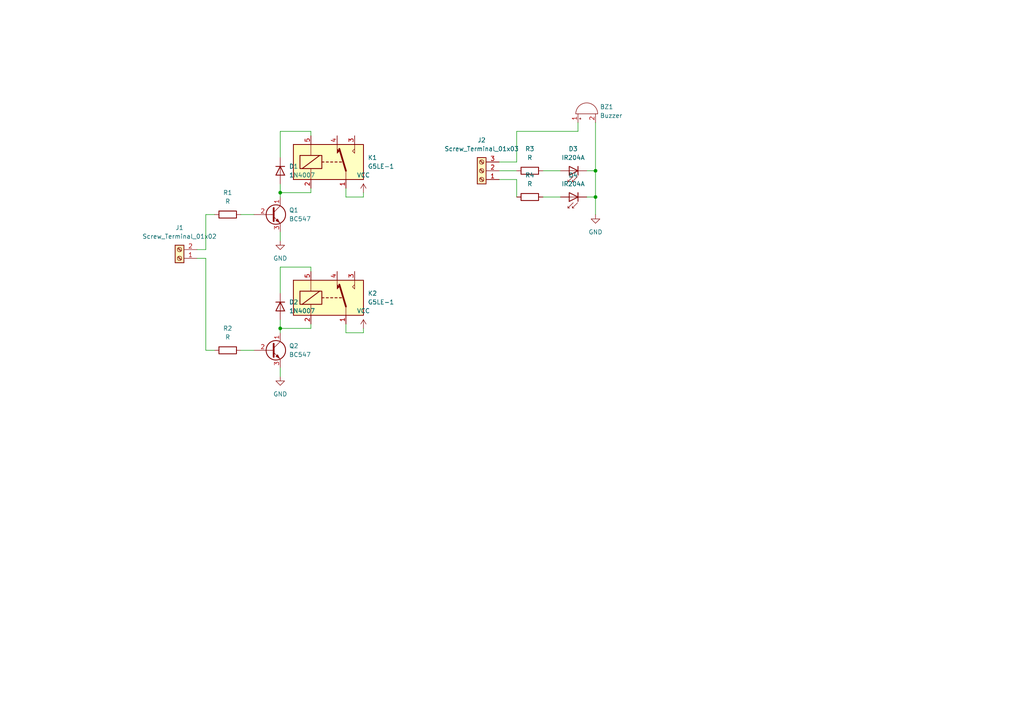
<source format=kicad_sch>
(kicad_sch (version 20230121) (generator eeschema)

  (uuid 6177a1bb-464f-4ce6-99aa-344629fbb2e3)

  (paper "A4")

  (title_block
    (title "RFID_painel")
    (date "2023-09-11")
    (rev "v0.1")
  )

  (lib_symbols
    (symbol "Connector:Screw_Terminal_01x02" (pin_names (offset 1.016) hide) (in_bom yes) (on_board yes)
      (property "Reference" "J" (at 0 2.54 0)
        (effects (font (size 1.27 1.27)))
      )
      (property "Value" "Screw_Terminal_01x02" (at 0 -5.08 0)
        (effects (font (size 1.27 1.27)))
      )
      (property "Footprint" "" (at 0 0 0)
        (effects (font (size 1.27 1.27)) hide)
      )
      (property "Datasheet" "~" (at 0 0 0)
        (effects (font (size 1.27 1.27)) hide)
      )
      (property "ki_keywords" "screw terminal" (at 0 0 0)
        (effects (font (size 1.27 1.27)) hide)
      )
      (property "ki_description" "Generic screw terminal, single row, 01x02, script generated (kicad-library-utils/schlib/autogen/connector/)" (at 0 0 0)
        (effects (font (size 1.27 1.27)) hide)
      )
      (property "ki_fp_filters" "TerminalBlock*:*" (at 0 0 0)
        (effects (font (size 1.27 1.27)) hide)
      )
      (symbol "Screw_Terminal_01x02_1_1"
        (rectangle (start -1.27 1.27) (end 1.27 -3.81)
          (stroke (width 0.254) (type default))
          (fill (type background))
        )
        (circle (center 0 -2.54) (radius 0.635)
          (stroke (width 0.1524) (type default))
          (fill (type none))
        )
        (polyline
          (pts
            (xy -0.5334 -2.2098)
            (xy 0.3302 -3.048)
          )
          (stroke (width 0.1524) (type default))
          (fill (type none))
        )
        (polyline
          (pts
            (xy -0.5334 0.3302)
            (xy 0.3302 -0.508)
          )
          (stroke (width 0.1524) (type default))
          (fill (type none))
        )
        (polyline
          (pts
            (xy -0.3556 -2.032)
            (xy 0.508 -2.8702)
          )
          (stroke (width 0.1524) (type default))
          (fill (type none))
        )
        (polyline
          (pts
            (xy -0.3556 0.508)
            (xy 0.508 -0.3302)
          )
          (stroke (width 0.1524) (type default))
          (fill (type none))
        )
        (circle (center 0 0) (radius 0.635)
          (stroke (width 0.1524) (type default))
          (fill (type none))
        )
        (pin passive line (at -5.08 0 0) (length 3.81)
          (name "Pin_1" (effects (font (size 1.27 1.27))))
          (number "1" (effects (font (size 1.27 1.27))))
        )
        (pin passive line (at -5.08 -2.54 0) (length 3.81)
          (name "Pin_2" (effects (font (size 1.27 1.27))))
          (number "2" (effects (font (size 1.27 1.27))))
        )
      )
    )
    (symbol "Connector:Screw_Terminal_01x03" (pin_names (offset 1.016) hide) (in_bom yes) (on_board yes)
      (property "Reference" "J" (at 0 5.08 0)
        (effects (font (size 1.27 1.27)))
      )
      (property "Value" "Screw_Terminal_01x03" (at 0 -5.08 0)
        (effects (font (size 1.27 1.27)))
      )
      (property "Footprint" "" (at 0 0 0)
        (effects (font (size 1.27 1.27)) hide)
      )
      (property "Datasheet" "~" (at 0 0 0)
        (effects (font (size 1.27 1.27)) hide)
      )
      (property "ki_keywords" "screw terminal" (at 0 0 0)
        (effects (font (size 1.27 1.27)) hide)
      )
      (property "ki_description" "Generic screw terminal, single row, 01x03, script generated (kicad-library-utils/schlib/autogen/connector/)" (at 0 0 0)
        (effects (font (size 1.27 1.27)) hide)
      )
      (property "ki_fp_filters" "TerminalBlock*:*" (at 0 0 0)
        (effects (font (size 1.27 1.27)) hide)
      )
      (symbol "Screw_Terminal_01x03_1_1"
        (rectangle (start -1.27 3.81) (end 1.27 -3.81)
          (stroke (width 0.254) (type default))
          (fill (type background))
        )
        (circle (center 0 -2.54) (radius 0.635)
          (stroke (width 0.1524) (type default))
          (fill (type none))
        )
        (polyline
          (pts
            (xy -0.5334 -2.2098)
            (xy 0.3302 -3.048)
          )
          (stroke (width 0.1524) (type default))
          (fill (type none))
        )
        (polyline
          (pts
            (xy -0.5334 0.3302)
            (xy 0.3302 -0.508)
          )
          (stroke (width 0.1524) (type default))
          (fill (type none))
        )
        (polyline
          (pts
            (xy -0.5334 2.8702)
            (xy 0.3302 2.032)
          )
          (stroke (width 0.1524) (type default))
          (fill (type none))
        )
        (polyline
          (pts
            (xy -0.3556 -2.032)
            (xy 0.508 -2.8702)
          )
          (stroke (width 0.1524) (type default))
          (fill (type none))
        )
        (polyline
          (pts
            (xy -0.3556 0.508)
            (xy 0.508 -0.3302)
          )
          (stroke (width 0.1524) (type default))
          (fill (type none))
        )
        (polyline
          (pts
            (xy -0.3556 3.048)
            (xy 0.508 2.2098)
          )
          (stroke (width 0.1524) (type default))
          (fill (type none))
        )
        (circle (center 0 0) (radius 0.635)
          (stroke (width 0.1524) (type default))
          (fill (type none))
        )
        (circle (center 0 2.54) (radius 0.635)
          (stroke (width 0.1524) (type default))
          (fill (type none))
        )
        (pin passive line (at -5.08 2.54 0) (length 3.81)
          (name "Pin_1" (effects (font (size 1.27 1.27))))
          (number "1" (effects (font (size 1.27 1.27))))
        )
        (pin passive line (at -5.08 0 0) (length 3.81)
          (name "Pin_2" (effects (font (size 1.27 1.27))))
          (number "2" (effects (font (size 1.27 1.27))))
        )
        (pin passive line (at -5.08 -2.54 0) (length 3.81)
          (name "Pin_3" (effects (font (size 1.27 1.27))))
          (number "3" (effects (font (size 1.27 1.27))))
        )
      )
    )
    (symbol "Device:Buzzer" (pin_names (offset 0.0254) hide) (in_bom yes) (on_board yes)
      (property "Reference" "BZ" (at 3.81 1.27 0)
        (effects (font (size 1.27 1.27)) (justify left))
      )
      (property "Value" "Buzzer" (at 3.81 -1.27 0)
        (effects (font (size 1.27 1.27)) (justify left))
      )
      (property "Footprint" "" (at -0.635 2.54 90)
        (effects (font (size 1.27 1.27)) hide)
      )
      (property "Datasheet" "~" (at -0.635 2.54 90)
        (effects (font (size 1.27 1.27)) hide)
      )
      (property "ki_keywords" "quartz resonator ceramic" (at 0 0 0)
        (effects (font (size 1.27 1.27)) hide)
      )
      (property "ki_description" "Buzzer, polarized" (at 0 0 0)
        (effects (font (size 1.27 1.27)) hide)
      )
      (property "ki_fp_filters" "*Buzzer*" (at 0 0 0)
        (effects (font (size 1.27 1.27)) hide)
      )
      (symbol "Buzzer_0_1"
        (arc (start 0 -3.175) (mid 3.1612 0) (end 0 3.175)
          (stroke (width 0) (type default))
          (fill (type none))
        )
        (polyline
          (pts
            (xy -1.651 1.905)
            (xy -1.143 1.905)
          )
          (stroke (width 0) (type default))
          (fill (type none))
        )
        (polyline
          (pts
            (xy -1.397 2.159)
            (xy -1.397 1.651)
          )
          (stroke (width 0) (type default))
          (fill (type none))
        )
        (polyline
          (pts
            (xy 0 3.175)
            (xy 0 -3.175)
          )
          (stroke (width 0) (type default))
          (fill (type none))
        )
      )
      (symbol "Buzzer_1_1"
        (pin passive line (at -2.54 2.54 0) (length 2.54)
          (name "-" (effects (font (size 1.27 1.27))))
          (number "1" (effects (font (size 1.27 1.27))))
        )
        (pin passive line (at -2.54 -2.54 0) (length 2.54)
          (name "+" (effects (font (size 1.27 1.27))))
          (number "2" (effects (font (size 1.27 1.27))))
        )
      )
    )
    (symbol "Device:R" (pin_numbers hide) (pin_names (offset 0)) (in_bom yes) (on_board yes)
      (property "Reference" "R" (at 2.032 0 90)
        (effects (font (size 1.27 1.27)))
      )
      (property "Value" "R" (at 0 0 90)
        (effects (font (size 1.27 1.27)))
      )
      (property "Footprint" "" (at -1.778 0 90)
        (effects (font (size 1.27 1.27)) hide)
      )
      (property "Datasheet" "~" (at 0 0 0)
        (effects (font (size 1.27 1.27)) hide)
      )
      (property "ki_keywords" "R res resistor" (at 0 0 0)
        (effects (font (size 1.27 1.27)) hide)
      )
      (property "ki_description" "Resistor" (at 0 0 0)
        (effects (font (size 1.27 1.27)) hide)
      )
      (property "ki_fp_filters" "R_*" (at 0 0 0)
        (effects (font (size 1.27 1.27)) hide)
      )
      (symbol "R_0_1"
        (rectangle (start -1.016 -2.54) (end 1.016 2.54)
          (stroke (width 0.254) (type default))
          (fill (type none))
        )
      )
      (symbol "R_1_1"
        (pin passive line (at 0 3.81 270) (length 1.27)
          (name "~" (effects (font (size 1.27 1.27))))
          (number "1" (effects (font (size 1.27 1.27))))
        )
        (pin passive line (at 0 -3.81 90) (length 1.27)
          (name "~" (effects (font (size 1.27 1.27))))
          (number "2" (effects (font (size 1.27 1.27))))
        )
      )
    )
    (symbol "Diode:1N4007" (pin_numbers hide) (pin_names hide) (in_bom yes) (on_board yes)
      (property "Reference" "D" (at 0 2.54 0)
        (effects (font (size 1.27 1.27)))
      )
      (property "Value" "1N4007" (at 0 -2.54 0)
        (effects (font (size 1.27 1.27)))
      )
      (property "Footprint" "Diode_THT:D_DO-41_SOD81_P10.16mm_Horizontal" (at 0 -4.445 0)
        (effects (font (size 1.27 1.27)) hide)
      )
      (property "Datasheet" "http://www.vishay.com/docs/88503/1n4001.pdf" (at 0 0 0)
        (effects (font (size 1.27 1.27)) hide)
      )
      (property "Sim.Device" "D" (at 0 0 0)
        (effects (font (size 1.27 1.27)) hide)
      )
      (property "Sim.Pins" "1=K 2=A" (at 0 0 0)
        (effects (font (size 1.27 1.27)) hide)
      )
      (property "ki_keywords" "diode" (at 0 0 0)
        (effects (font (size 1.27 1.27)) hide)
      )
      (property "ki_description" "1000V 1A General Purpose Rectifier Diode, DO-41" (at 0 0 0)
        (effects (font (size 1.27 1.27)) hide)
      )
      (property "ki_fp_filters" "D*DO?41*" (at 0 0 0)
        (effects (font (size 1.27 1.27)) hide)
      )
      (symbol "1N4007_0_1"
        (polyline
          (pts
            (xy -1.27 1.27)
            (xy -1.27 -1.27)
          )
          (stroke (width 0.254) (type default))
          (fill (type none))
        )
        (polyline
          (pts
            (xy 1.27 0)
            (xy -1.27 0)
          )
          (stroke (width 0) (type default))
          (fill (type none))
        )
        (polyline
          (pts
            (xy 1.27 1.27)
            (xy 1.27 -1.27)
            (xy -1.27 0)
            (xy 1.27 1.27)
          )
          (stroke (width 0.254) (type default))
          (fill (type none))
        )
      )
      (symbol "1N4007_1_1"
        (pin passive line (at -3.81 0 0) (length 2.54)
          (name "K" (effects (font (size 1.27 1.27))))
          (number "1" (effects (font (size 1.27 1.27))))
        )
        (pin passive line (at 3.81 0 180) (length 2.54)
          (name "A" (effects (font (size 1.27 1.27))))
          (number "2" (effects (font (size 1.27 1.27))))
        )
      )
    )
    (symbol "LED:IR204A" (pin_numbers hide) (pin_names (offset 1.016) hide) (in_bom yes) (on_board yes)
      (property "Reference" "D" (at 0.508 1.778 0)
        (effects (font (size 1.27 1.27)) (justify left))
      )
      (property "Value" "IR204A" (at -1.016 -2.794 0)
        (effects (font (size 1.27 1.27)))
      )
      (property "Footprint" "LED_THT:LED_D3.0mm_IRBlack" (at 0 4.445 0)
        (effects (font (size 1.27 1.27)) hide)
      )
      (property "Datasheet" "http://www.everlight.com/file/ProductFile/IR204-A.pdf" (at -1.27 0 0)
        (effects (font (size 1.27 1.27)) hide)
      )
      (property "ki_keywords" "opto IR LED" (at 0 0 0)
        (effects (font (size 1.27 1.27)) hide)
      )
      (property "ki_description" "Infrared LED , 3mm LED package" (at 0 0 0)
        (effects (font (size 1.27 1.27)) hide)
      )
      (property "ki_fp_filters" "LED*3.0mm*IRBlack*" (at 0 0 0)
        (effects (font (size 1.27 1.27)) hide)
      )
      (symbol "IR204A_0_1"
        (polyline
          (pts
            (xy -2.54 1.27)
            (xy -2.54 -1.27)
          )
          (stroke (width 0.254) (type default))
          (fill (type none))
        )
        (polyline
          (pts
            (xy 0 0)
            (xy -2.54 0)
          )
          (stroke (width 0) (type default))
          (fill (type none))
        )
        (polyline
          (pts
            (xy 0.381 3.175)
            (xy -0.127 3.175)
          )
          (stroke (width 0) (type default))
          (fill (type none))
        )
        (polyline
          (pts
            (xy -1.143 1.651)
            (xy 0.381 3.175)
            (xy 0.381 2.667)
          )
          (stroke (width 0) (type default))
          (fill (type none))
        )
        (polyline
          (pts
            (xy 0 1.27)
            (xy -2.54 0)
            (xy 0 -1.27)
            (xy 0 1.27)
          )
          (stroke (width 0.254) (type default))
          (fill (type none))
        )
        (polyline
          (pts
            (xy -2.413 1.651)
            (xy -0.889 3.175)
            (xy -0.889 2.667)
            (xy -0.889 3.175)
            (xy -1.397 3.175)
          )
          (stroke (width 0) (type default))
          (fill (type none))
        )
      )
      (symbol "IR204A_1_1"
        (pin passive line (at -5.08 0 0) (length 2.54)
          (name "K" (effects (font (size 1.27 1.27))))
          (number "1" (effects (font (size 1.27 1.27))))
        )
        (pin passive line (at 2.54 0 180) (length 2.54)
          (name "A" (effects (font (size 1.27 1.27))))
          (number "2" (effects (font (size 1.27 1.27))))
        )
      )
    )
    (symbol "Relay:G5LE-1" (in_bom yes) (on_board yes)
      (property "Reference" "K" (at 11.43 3.81 0)
        (effects (font (size 1.27 1.27)) (justify left))
      )
      (property "Value" "G5LE-1" (at 11.43 1.27 0)
        (effects (font (size 1.27 1.27)) (justify left))
      )
      (property "Footprint" "Relay_THT:Relay_SPDT_Omron-G5LE-1" (at 11.43 -1.27 0)
        (effects (font (size 1.27 1.27)) (justify left) hide)
      )
      (property "Datasheet" "http://www.omron.com/ecb/products/pdf/en-g5le.pdf" (at 0 0 0)
        (effects (font (size 1.27 1.27)) hide)
      )
      (property "ki_keywords" "Miniature Single Pole Relay" (at 0 0 0)
        (effects (font (size 1.27 1.27)) hide)
      )
      (property "ki_description" "Omron G5LE relay, Miniature Single Pole, SPDT, 10A" (at 0 0 0)
        (effects (font (size 1.27 1.27)) hide)
      )
      (property "ki_fp_filters" "Relay*SPDT*Omron*G5LE?1*" (at 0 0 0)
        (effects (font (size 1.27 1.27)) hide)
      )
      (symbol "G5LE-1_0_0"
        (polyline
          (pts
            (xy 7.62 5.08)
            (xy 7.62 2.54)
            (xy 6.985 3.175)
            (xy 7.62 3.81)
          )
          (stroke (width 0) (type default))
          (fill (type none))
        )
      )
      (symbol "G5LE-1_0_1"
        (rectangle (start -10.16 5.08) (end 10.16 -5.08)
          (stroke (width 0.254) (type default))
          (fill (type background))
        )
        (rectangle (start -8.255 1.905) (end -1.905 -1.905)
          (stroke (width 0.254) (type default))
          (fill (type none))
        )
        (polyline
          (pts
            (xy -7.62 -1.905)
            (xy -2.54 1.905)
          )
          (stroke (width 0.254) (type default))
          (fill (type none))
        )
        (polyline
          (pts
            (xy -5.08 -5.08)
            (xy -5.08 -1.905)
          )
          (stroke (width 0) (type default))
          (fill (type none))
        )
        (polyline
          (pts
            (xy -5.08 5.08)
            (xy -5.08 1.905)
          )
          (stroke (width 0) (type default))
          (fill (type none))
        )
        (polyline
          (pts
            (xy -1.905 0)
            (xy -1.27 0)
          )
          (stroke (width 0.254) (type default))
          (fill (type none))
        )
        (polyline
          (pts
            (xy -0.635 0)
            (xy 0 0)
          )
          (stroke (width 0.254) (type default))
          (fill (type none))
        )
        (polyline
          (pts
            (xy 0.635 0)
            (xy 1.27 0)
          )
          (stroke (width 0.254) (type default))
          (fill (type none))
        )
        (polyline
          (pts
            (xy 1.905 0)
            (xy 2.54 0)
          )
          (stroke (width 0.254) (type default))
          (fill (type none))
        )
        (polyline
          (pts
            (xy 3.175 0)
            (xy 3.81 0)
          )
          (stroke (width 0.254) (type default))
          (fill (type none))
        )
        (polyline
          (pts
            (xy 5.08 -2.54)
            (xy 3.175 3.81)
          )
          (stroke (width 0.508) (type default))
          (fill (type none))
        )
        (polyline
          (pts
            (xy 5.08 -2.54)
            (xy 5.08 -5.08)
          )
          (stroke (width 0) (type default))
          (fill (type none))
        )
        (polyline
          (pts
            (xy 2.54 5.08)
            (xy 2.54 2.54)
            (xy 3.175 3.175)
            (xy 2.54 3.81)
          )
          (stroke (width 0) (type default))
          (fill (type outline))
        )
      )
      (symbol "G5LE-1_1_1"
        (pin passive line (at 5.08 -7.62 90) (length 2.54)
          (name "~" (effects (font (size 1.27 1.27))))
          (number "1" (effects (font (size 1.27 1.27))))
        )
        (pin passive line (at -5.08 -7.62 90) (length 2.54)
          (name "~" (effects (font (size 1.27 1.27))))
          (number "2" (effects (font (size 1.27 1.27))))
        )
        (pin passive line (at 7.62 7.62 270) (length 2.54)
          (name "~" (effects (font (size 1.27 1.27))))
          (number "3" (effects (font (size 1.27 1.27))))
        )
        (pin passive line (at 2.54 7.62 270) (length 2.54)
          (name "~" (effects (font (size 1.27 1.27))))
          (number "4" (effects (font (size 1.27 1.27))))
        )
        (pin passive line (at -5.08 7.62 270) (length 2.54)
          (name "~" (effects (font (size 1.27 1.27))))
          (number "5" (effects (font (size 1.27 1.27))))
        )
      )
    )
    (symbol "Transistor_BJT:BC547" (pin_names (offset 0) hide) (in_bom yes) (on_board yes)
      (property "Reference" "Q" (at 5.08 1.905 0)
        (effects (font (size 1.27 1.27)) (justify left))
      )
      (property "Value" "BC547" (at 5.08 0 0)
        (effects (font (size 1.27 1.27)) (justify left))
      )
      (property "Footprint" "Package_TO_SOT_THT:TO-92_Inline" (at 5.08 -1.905 0)
        (effects (font (size 1.27 1.27) italic) (justify left) hide)
      )
      (property "Datasheet" "https://www.onsemi.com/pub/Collateral/BC550-D.pdf" (at 0 0 0)
        (effects (font (size 1.27 1.27)) (justify left) hide)
      )
      (property "ki_keywords" "NPN Transistor" (at 0 0 0)
        (effects (font (size 1.27 1.27)) hide)
      )
      (property "ki_description" "0.1A Ic, 45V Vce, Small Signal NPN Transistor, TO-92" (at 0 0 0)
        (effects (font (size 1.27 1.27)) hide)
      )
      (property "ki_fp_filters" "TO?92*" (at 0 0 0)
        (effects (font (size 1.27 1.27)) hide)
      )
      (symbol "BC547_0_1"
        (polyline
          (pts
            (xy 0 0)
            (xy 0.635 0)
          )
          (stroke (width 0) (type default))
          (fill (type none))
        )
        (polyline
          (pts
            (xy 0.635 0.635)
            (xy 2.54 2.54)
          )
          (stroke (width 0) (type default))
          (fill (type none))
        )
        (polyline
          (pts
            (xy 0.635 -0.635)
            (xy 2.54 -2.54)
            (xy 2.54 -2.54)
          )
          (stroke (width 0) (type default))
          (fill (type none))
        )
        (polyline
          (pts
            (xy 0.635 1.905)
            (xy 0.635 -1.905)
            (xy 0.635 -1.905)
          )
          (stroke (width 0.508) (type default))
          (fill (type none))
        )
        (polyline
          (pts
            (xy 1.27 -1.778)
            (xy 1.778 -1.27)
            (xy 2.286 -2.286)
            (xy 1.27 -1.778)
            (xy 1.27 -1.778)
          )
          (stroke (width 0) (type default))
          (fill (type outline))
        )
        (circle (center 1.27 0) (radius 2.8194)
          (stroke (width 0.254) (type default))
          (fill (type none))
        )
      )
      (symbol "BC547_1_1"
        (pin passive line (at 2.54 5.08 270) (length 2.54)
          (name "C" (effects (font (size 1.27 1.27))))
          (number "1" (effects (font (size 1.27 1.27))))
        )
        (pin input line (at -5.08 0 0) (length 5.08)
          (name "B" (effects (font (size 1.27 1.27))))
          (number "2" (effects (font (size 1.27 1.27))))
        )
        (pin passive line (at 2.54 -5.08 90) (length 2.54)
          (name "E" (effects (font (size 1.27 1.27))))
          (number "3" (effects (font (size 1.27 1.27))))
        )
      )
    )
    (symbol "power:GND" (power) (pin_names (offset 0)) (in_bom yes) (on_board yes)
      (property "Reference" "#PWR" (at 0 -6.35 0)
        (effects (font (size 1.27 1.27)) hide)
      )
      (property "Value" "GND" (at 0 -3.81 0)
        (effects (font (size 1.27 1.27)))
      )
      (property "Footprint" "" (at 0 0 0)
        (effects (font (size 1.27 1.27)) hide)
      )
      (property "Datasheet" "" (at 0 0 0)
        (effects (font (size 1.27 1.27)) hide)
      )
      (property "ki_keywords" "global power" (at 0 0 0)
        (effects (font (size 1.27 1.27)) hide)
      )
      (property "ki_description" "Power symbol creates a global label with name \"GND\" , ground" (at 0 0 0)
        (effects (font (size 1.27 1.27)) hide)
      )
      (symbol "GND_0_1"
        (polyline
          (pts
            (xy 0 0)
            (xy 0 -1.27)
            (xy 1.27 -1.27)
            (xy 0 -2.54)
            (xy -1.27 -1.27)
            (xy 0 -1.27)
          )
          (stroke (width 0) (type default))
          (fill (type none))
        )
      )
      (symbol "GND_1_1"
        (pin power_in line (at 0 0 270) (length 0) hide
          (name "GND" (effects (font (size 1.27 1.27))))
          (number "1" (effects (font (size 1.27 1.27))))
        )
      )
    )
    (symbol "power:VCC" (power) (pin_names (offset 0)) (in_bom yes) (on_board yes)
      (property "Reference" "#PWR" (at 0 -3.81 0)
        (effects (font (size 1.27 1.27)) hide)
      )
      (property "Value" "VCC" (at 0 3.81 0)
        (effects (font (size 1.27 1.27)))
      )
      (property "Footprint" "" (at 0 0 0)
        (effects (font (size 1.27 1.27)) hide)
      )
      (property "Datasheet" "" (at 0 0 0)
        (effects (font (size 1.27 1.27)) hide)
      )
      (property "ki_keywords" "global power" (at 0 0 0)
        (effects (font (size 1.27 1.27)) hide)
      )
      (property "ki_description" "Power symbol creates a global label with name \"VCC\"" (at 0 0 0)
        (effects (font (size 1.27 1.27)) hide)
      )
      (symbol "VCC_0_1"
        (polyline
          (pts
            (xy -0.762 1.27)
            (xy 0 2.54)
          )
          (stroke (width 0) (type default))
          (fill (type none))
        )
        (polyline
          (pts
            (xy 0 0)
            (xy 0 2.54)
          )
          (stroke (width 0) (type default))
          (fill (type none))
        )
        (polyline
          (pts
            (xy 0 2.54)
            (xy 0.762 1.27)
          )
          (stroke (width 0) (type default))
          (fill (type none))
        )
      )
      (symbol "VCC_1_1"
        (pin power_in line (at 0 0 90) (length 0) hide
          (name "VCC" (effects (font (size 1.27 1.27))))
          (number "1" (effects (font (size 1.27 1.27))))
        )
      )
    )
  )

  (junction (at 81.28 95.25) (diameter 0) (color 0 0 0 0)
    (uuid 74f742a0-f51f-4c47-9433-2a80f7a93c2c)
  )
  (junction (at 172.72 57.15) (diameter 0) (color 0 0 0 0)
    (uuid 8686c3a4-fc11-4097-ac6a-5e34935be0de)
  )
  (junction (at 81.28 55.88) (diameter 0) (color 0 0 0 0)
    (uuid a148377f-bca0-4417-a374-592009810f6a)
  )
  (junction (at 172.72 49.53) (diameter 0) (color 0 0 0 0)
    (uuid d8e567c9-2bff-479b-8ebe-c73126134618)
  )

  (wire (pts (xy 172.72 57.15) (xy 170.18 57.15))
    (stroke (width 0) (type default))
    (uuid 027a8303-2575-4b95-af88-56a770f1600e)
  )
  (wire (pts (xy 81.28 67.31) (xy 81.28 69.85))
    (stroke (width 0) (type default))
    (uuid 028185ff-895b-48d2-9d64-3aad587d8f1e)
  )
  (wire (pts (xy 90.17 38.1) (xy 90.17 39.37))
    (stroke (width 0) (type default))
    (uuid 0544398d-685e-4b4c-ad6e-f726a95405bf)
  )
  (wire (pts (xy 90.17 55.88) (xy 81.28 55.88))
    (stroke (width 0) (type default))
    (uuid 0bd63793-d739-4f7f-b2a0-241c7acd96a2)
  )
  (wire (pts (xy 81.28 85.09) (xy 81.28 77.47))
    (stroke (width 0) (type default))
    (uuid 155ec3c2-9691-4990-9e92-aa779a5a9b8c)
  )
  (wire (pts (xy 170.18 49.53) (xy 172.72 49.53))
    (stroke (width 0) (type default))
    (uuid 1ea51628-3369-4568-8294-35188d083a80)
  )
  (wire (pts (xy 81.28 106.68) (xy 81.28 109.22))
    (stroke (width 0) (type default))
    (uuid 1ee423f0-b08c-4052-b0c4-e1282442f557)
  )
  (wire (pts (xy 90.17 95.25) (xy 81.28 95.25))
    (stroke (width 0) (type default))
    (uuid 22c6b6f8-4350-4d2f-bcb2-0adab135e438)
  )
  (wire (pts (xy 149.86 52.07) (xy 149.86 57.15))
    (stroke (width 0) (type default))
    (uuid 30fe2baa-cc0a-4c2f-83c4-4af996d7f0ee)
  )
  (wire (pts (xy 100.33 93.98) (xy 100.33 96.52))
    (stroke (width 0) (type default))
    (uuid 35960d44-4e85-43c1-bb75-b1867565390e)
  )
  (wire (pts (xy 69.85 101.6) (xy 73.66 101.6))
    (stroke (width 0) (type default))
    (uuid 3b2edf3c-f48a-41de-9ae3-716da37f4c8d)
  )
  (wire (pts (xy 105.41 55.88) (xy 105.41 57.15))
    (stroke (width 0) (type default))
    (uuid 3ca76a1c-2a53-4cd0-8ec8-df2398ed5c34)
  )
  (wire (pts (xy 81.28 92.71) (xy 81.28 95.25))
    (stroke (width 0) (type default))
    (uuid 43e7aeea-ccd4-4cd0-bcf9-f7974278b921)
  )
  (wire (pts (xy 90.17 54.61) (xy 90.17 55.88))
    (stroke (width 0) (type default))
    (uuid 44db30c9-cc23-4117-904f-0f19cffb7fba)
  )
  (wire (pts (xy 144.78 49.53) (xy 149.86 49.53))
    (stroke (width 0) (type default))
    (uuid 4564e7c9-c1ab-48a4-9bb4-bf3285f6e360)
  )
  (wire (pts (xy 144.78 46.99) (xy 149.86 46.99))
    (stroke (width 0) (type default))
    (uuid 45d32b6d-047a-429a-a1a1-f90dec58173e)
  )
  (wire (pts (xy 59.69 101.6) (xy 62.23 101.6))
    (stroke (width 0) (type default))
    (uuid 5a24cde6-c091-4e0d-990d-859ad0008a7c)
  )
  (wire (pts (xy 172.72 49.53) (xy 172.72 35.56))
    (stroke (width 0) (type default))
    (uuid 5a7dedf8-64be-4b0c-b663-e6209f1873b6)
  )
  (wire (pts (xy 172.72 57.15) (xy 172.72 62.23))
    (stroke (width 0) (type default))
    (uuid 5e0586e0-549e-477e-8945-481f6a009965)
  )
  (wire (pts (xy 90.17 77.47) (xy 90.17 78.74))
    (stroke (width 0) (type default))
    (uuid 5e1acadb-0009-4e40-944f-ba5a2d4c28eb)
  )
  (wire (pts (xy 167.64 35.56) (xy 167.64 38.1))
    (stroke (width 0) (type default))
    (uuid 631a22fc-8de5-4e26-9feb-3dae34953782)
  )
  (wire (pts (xy 81.28 38.1) (xy 90.17 38.1))
    (stroke (width 0) (type default))
    (uuid 638d7da0-e81c-46a8-ba4c-c2e0ad83ce2c)
  )
  (wire (pts (xy 59.69 62.23) (xy 62.23 62.23))
    (stroke (width 0) (type default))
    (uuid 67a09bf7-3d3e-475e-b97f-5c9f2b002545)
  )
  (wire (pts (xy 100.33 54.61) (xy 100.33 57.15))
    (stroke (width 0) (type default))
    (uuid 6fc47c21-bd6a-42aa-9aae-2ea520d743db)
  )
  (wire (pts (xy 81.28 45.72) (xy 81.28 38.1))
    (stroke (width 0) (type default))
    (uuid 719509c2-4836-4c31-be42-4c69f2b44062)
  )
  (wire (pts (xy 81.28 77.47) (xy 90.17 77.47))
    (stroke (width 0) (type default))
    (uuid 81dfb7b6-84cf-4f13-b01f-878b09937adc)
  )
  (wire (pts (xy 157.48 49.53) (xy 162.56 49.53))
    (stroke (width 0) (type default))
    (uuid 8220efea-37b7-4b7c-914d-9f1c26ee43b5)
  )
  (wire (pts (xy 59.69 72.39) (xy 59.69 62.23))
    (stroke (width 0) (type default))
    (uuid 84d3d105-7a9c-4a10-842c-599e45c3bc11)
  )
  (wire (pts (xy 144.78 52.07) (xy 149.86 52.07))
    (stroke (width 0) (type default))
    (uuid 85636ae5-99ba-47a1-a3af-38142a1e5351)
  )
  (wire (pts (xy 69.85 62.23) (xy 73.66 62.23))
    (stroke (width 0) (type default))
    (uuid 8f054d62-654e-41a3-8fac-cd96f41dd661)
  )
  (wire (pts (xy 90.17 93.98) (xy 90.17 95.25))
    (stroke (width 0) (type default))
    (uuid 9899ad13-bb2e-49df-aa5a-4c0073d852c8)
  )
  (wire (pts (xy 81.28 95.25) (xy 81.28 96.52))
    (stroke (width 0) (type default))
    (uuid a69692b7-0cde-4b3d-a2da-24ce17f44fba)
  )
  (wire (pts (xy 100.33 96.52) (xy 105.41 96.52))
    (stroke (width 0) (type default))
    (uuid b56742be-6506-415d-a78c-a41229dbb940)
  )
  (wire (pts (xy 105.41 95.25) (xy 105.41 96.52))
    (stroke (width 0) (type default))
    (uuid bd8479ec-f50e-4b51-b8b8-f162c80f8240)
  )
  (wire (pts (xy 172.72 49.53) (xy 172.72 57.15))
    (stroke (width 0) (type default))
    (uuid c12afc18-549e-4eb7-bb98-a5594f7e27c7)
  )
  (wire (pts (xy 81.28 53.34) (xy 81.28 55.88))
    (stroke (width 0) (type default))
    (uuid c31e1602-b681-40ca-9258-a65583a7df0a)
  )
  (wire (pts (xy 59.69 74.93) (xy 57.15 74.93))
    (stroke (width 0) (type default))
    (uuid ce09ed85-31be-403b-af7a-84045c0eb13d)
  )
  (wire (pts (xy 157.48 57.15) (xy 162.56 57.15))
    (stroke (width 0) (type default))
    (uuid d2989710-959c-4d68-b09a-49b6b65a4a97)
  )
  (wire (pts (xy 149.86 46.99) (xy 149.86 38.1))
    (stroke (width 0) (type default))
    (uuid d51693a9-dd25-4628-89ae-a023627726ca)
  )
  (wire (pts (xy 100.33 57.15) (xy 105.41 57.15))
    (stroke (width 0) (type default))
    (uuid e04ac880-12c1-435f-acb3-40cefa4bf778)
  )
  (wire (pts (xy 59.69 101.6) (xy 59.69 74.93))
    (stroke (width 0) (type default))
    (uuid f35a70d2-8aec-43b4-89c2-7cf0db91964d)
  )
  (wire (pts (xy 149.86 38.1) (xy 167.64 38.1))
    (stroke (width 0) (type default))
    (uuid f369b8f9-36c4-4882-9f6b-df83f6174baf)
  )
  (wire (pts (xy 57.15 72.39) (xy 59.69 72.39))
    (stroke (width 0) (type default))
    (uuid f47a87f1-d18c-43ae-863b-ca1fd579a140)
  )
  (wire (pts (xy 81.28 55.88) (xy 81.28 57.15))
    (stroke (width 0) (type default))
    (uuid fd3297eb-6fe4-47ba-a831-ee392aa080e5)
  )

  (symbol (lib_id "Diode:1N4007") (at 81.28 88.9 270) (unit 1)
    (in_bom yes) (on_board yes) (dnp no) (fields_autoplaced)
    (uuid 02c4c187-9e3d-401e-9200-7c83560f7158)
    (property "Reference" "D2" (at 83.82 87.63 90)
      (effects (font (size 1.27 1.27)) (justify left))
    )
    (property "Value" "1N4007" (at 83.82 90.17 90)
      (effects (font (size 1.27 1.27)) (justify left))
    )
    (property "Footprint" "Diode_THT:D_DO-41_SOD81_P10.16mm_Horizontal" (at 76.835 88.9 0)
      (effects (font (size 1.27 1.27)) hide)
    )
    (property "Datasheet" "http://www.vishay.com/docs/88503/1n4001.pdf" (at 81.28 88.9 0)
      (effects (font (size 1.27 1.27)) hide)
    )
    (property "Sim.Device" "D" (at 81.28 88.9 0)
      (effects (font (size 1.27 1.27)) hide)
    )
    (property "Sim.Pins" "1=K 2=A" (at 81.28 88.9 0)
      (effects (font (size 1.27 1.27)) hide)
    )
    (pin "1" (uuid 7aab80b3-40df-441e-a6e0-f9e6d9eb0f39))
    (pin "2" (uuid 4b9f3025-89b7-45da-947c-2fa1ebe397ab))
    (instances
      (project "pcb_RFID"
        (path "/6177a1bb-464f-4ce6-99aa-344629fbb2e3"
          (reference "D2") (unit 1)
        )
      )
    )
  )

  (symbol (lib_id "Transistor_BJT:BC547") (at 78.74 62.23 0) (unit 1)
    (in_bom yes) (on_board yes) (dnp no) (fields_autoplaced)
    (uuid 0781bf28-44b4-4a21-bf18-8262b1ec96b0)
    (property "Reference" "Q1" (at 83.82 60.96 0)
      (effects (font (size 1.27 1.27)) (justify left))
    )
    (property "Value" "BC547" (at 83.82 63.5 0)
      (effects (font (size 1.27 1.27)) (justify left))
    )
    (property "Footprint" "Package_TO_SOT_THT:TO-92_Inline" (at 83.82 64.135 0)
      (effects (font (size 1.27 1.27) italic) (justify left) hide)
    )
    (property "Datasheet" "https://www.onsemi.com/pub/Collateral/BC550-D.pdf" (at 78.74 62.23 0)
      (effects (font (size 1.27 1.27)) (justify left) hide)
    )
    (pin "1" (uuid 0603c6ba-fa70-4f63-8267-2f4fe2be6ba7))
    (pin "2" (uuid 17c98e60-120d-45f5-9e71-fd17f60f1221))
    (pin "3" (uuid 02763c25-091c-4264-829b-8ceb620e7d3f))
    (instances
      (project "pcb_RFID"
        (path "/6177a1bb-464f-4ce6-99aa-344629fbb2e3"
          (reference "Q1") (unit 1)
        )
      )
    )
  )

  (symbol (lib_id "power:VCC") (at 105.41 95.25 0) (unit 1)
    (in_bom yes) (on_board yes) (dnp no) (fields_autoplaced)
    (uuid 08fd4bce-c4fa-46a9-b767-de21f0d740a0)
    (property "Reference" "#PWR03" (at 105.41 99.06 0)
      (effects (font (size 1.27 1.27)) hide)
    )
    (property "Value" "VCC" (at 105.41 90.17 0)
      (effects (font (size 1.27 1.27)))
    )
    (property "Footprint" "" (at 105.41 95.25 0)
      (effects (font (size 1.27 1.27)) hide)
    )
    (property "Datasheet" "" (at 105.41 95.25 0)
      (effects (font (size 1.27 1.27)) hide)
    )
    (pin "1" (uuid 522aeebd-d184-46dc-8fe6-88ff829bb127))
    (instances
      (project "pcb_RFID"
        (path "/6177a1bb-464f-4ce6-99aa-344629fbb2e3"
          (reference "#PWR03") (unit 1)
        )
      )
    )
  )

  (symbol (lib_id "power:GND") (at 172.72 62.23 0) (unit 1)
    (in_bom yes) (on_board yes) (dnp no) (fields_autoplaced)
    (uuid 163ec7de-3c42-4afd-9bfe-2256c5feee2d)
    (property "Reference" "#PWR05" (at 172.72 68.58 0)
      (effects (font (size 1.27 1.27)) hide)
    )
    (property "Value" "GND" (at 172.72 67.31 0)
      (effects (font (size 1.27 1.27)))
    )
    (property "Footprint" "" (at 172.72 62.23 0)
      (effects (font (size 1.27 1.27)) hide)
    )
    (property "Datasheet" "" (at 172.72 62.23 0)
      (effects (font (size 1.27 1.27)) hide)
    )
    (pin "1" (uuid 959842fd-4074-4c5f-9a0b-810ec09a5868))
    (instances
      (project "pcb_RFID"
        (path "/6177a1bb-464f-4ce6-99aa-344629fbb2e3"
          (reference "#PWR05") (unit 1)
        )
      )
    )
  )

  (symbol (lib_id "Device:Buzzer") (at 170.18 33.02 90) (unit 1)
    (in_bom yes) (on_board yes) (dnp no) (fields_autoplaced)
    (uuid 1f492a4b-3ac2-4751-a0ea-aeea0eb4b2f4)
    (property "Reference" "BZ1" (at 173.99 30.9949 90)
      (effects (font (size 1.27 1.27)) (justify right))
    )
    (property "Value" "Buzzer" (at 173.99 33.5349 90)
      (effects (font (size 1.27 1.27)) (justify right))
    )
    (property "Footprint" "Buzzer_Beeper:Buzzer_12x9.5RM7.6" (at 167.64 33.655 90)
      (effects (font (size 1.27 1.27)) hide)
    )
    (property "Datasheet" "~" (at 167.64 33.655 90)
      (effects (font (size 1.27 1.27)) hide)
    )
    (pin "1" (uuid c9e69200-44ec-4a38-9c5a-0bde4008f8eb))
    (pin "2" (uuid 2508634a-9465-4c95-aed8-2b98e72cdb2b))
    (instances
      (project "pcb_RFID"
        (path "/6177a1bb-464f-4ce6-99aa-344629fbb2e3"
          (reference "BZ1") (unit 1)
        )
      )
    )
  )

  (symbol (lib_id "LED:IR204A") (at 165.1 57.15 180) (unit 1)
    (in_bom yes) (on_board yes) (dnp no) (fields_autoplaced)
    (uuid 2c7474d5-54c8-430a-8729-c50eea9fdb30)
    (property "Reference" "D4" (at 166.243 50.8 0)
      (effects (font (size 1.27 1.27)))
    )
    (property "Value" "IR204A" (at 166.243 53.34 0)
      (effects (font (size 1.27 1.27)))
    )
    (property "Footprint" "LED_THT:LED_D3.0mm_IRBlack" (at 165.1 61.595 0)
      (effects (font (size 1.27 1.27)) hide)
    )
    (property "Datasheet" "http://www.everlight.com/file/ProductFile/IR204-A.pdf" (at 166.37 57.15 0)
      (effects (font (size 1.27 1.27)) hide)
    )
    (pin "1" (uuid 5f59a393-5358-478e-a651-00ebbd253e54))
    (pin "2" (uuid ba0eb5b7-86d0-41f8-8f2c-520bd94427ee))
    (instances
      (project "pcb_RFID"
        (path "/6177a1bb-464f-4ce6-99aa-344629fbb2e3"
          (reference "D4") (unit 1)
        )
      )
    )
  )

  (symbol (lib_id "Transistor_BJT:BC547") (at 78.74 101.6 0) (unit 1)
    (in_bom yes) (on_board yes) (dnp no) (fields_autoplaced)
    (uuid 3e4c571b-845c-49c1-a208-bb5419f91f17)
    (property "Reference" "Q2" (at 83.82 100.33 0)
      (effects (font (size 1.27 1.27)) (justify left))
    )
    (property "Value" "BC547" (at 83.82 102.87 0)
      (effects (font (size 1.27 1.27)) (justify left))
    )
    (property "Footprint" "Package_TO_SOT_THT:TO-92_Inline" (at 83.82 103.505 0)
      (effects (font (size 1.27 1.27) italic) (justify left) hide)
    )
    (property "Datasheet" "https://www.onsemi.com/pub/Collateral/BC550-D.pdf" (at 78.74 101.6 0)
      (effects (font (size 1.27 1.27)) (justify left) hide)
    )
    (pin "1" (uuid c6f2638a-ba1e-4f85-b276-5352d348136b))
    (pin "2" (uuid 0d193136-9cc2-40b7-ac48-409ff8f31c7d))
    (pin "3" (uuid 367a5240-eadc-4046-9360-438d97d6a417))
    (instances
      (project "pcb_RFID"
        (path "/6177a1bb-464f-4ce6-99aa-344629fbb2e3"
          (reference "Q2") (unit 1)
        )
      )
    )
  )

  (symbol (lib_id "LED:IR204A") (at 165.1 49.53 180) (unit 1)
    (in_bom yes) (on_board yes) (dnp no) (fields_autoplaced)
    (uuid 442366fd-1b98-4839-91e3-d0344181b13c)
    (property "Reference" "D3" (at 166.243 43.18 0)
      (effects (font (size 1.27 1.27)))
    )
    (property "Value" "IR204A" (at 166.243 45.72 0)
      (effects (font (size 1.27 1.27)))
    )
    (property "Footprint" "LED_THT:LED_D3.0mm_IRBlack" (at 165.1 53.975 0)
      (effects (font (size 1.27 1.27)) hide)
    )
    (property "Datasheet" "http://www.everlight.com/file/ProductFile/IR204-A.pdf" (at 166.37 49.53 0)
      (effects (font (size 1.27 1.27)) hide)
    )
    (pin "1" (uuid 18a40282-d219-4b9a-a3a1-607674fe2bd3))
    (pin "2" (uuid 36a4223f-4d99-415f-9fc5-f8b3767b20b9))
    (instances
      (project "pcb_RFID"
        (path "/6177a1bb-464f-4ce6-99aa-344629fbb2e3"
          (reference "D3") (unit 1)
        )
      )
    )
  )

  (symbol (lib_id "Relay:G5LE-1") (at 95.25 46.99 0) (unit 1)
    (in_bom yes) (on_board yes) (dnp no) (fields_autoplaced)
    (uuid 48c9cf11-9bf9-44d4-b617-c30ccef2925b)
    (property "Reference" "K1" (at 106.68 45.72 0)
      (effects (font (size 1.27 1.27)) (justify left))
    )
    (property "Value" "G5LE-1" (at 106.68 48.26 0)
      (effects (font (size 1.27 1.27)) (justify left))
    )
    (property "Footprint" "Relay_THT:Relay_SPDT_Omron-G5LE-1" (at 106.68 48.26 0)
      (effects (font (size 1.27 1.27)) (justify left) hide)
    )
    (property "Datasheet" "http://www.omron.com/ecb/products/pdf/en-g5le.pdf" (at 95.25 46.99 0)
      (effects (font (size 1.27 1.27)) hide)
    )
    (pin "1" (uuid 436670bb-b920-4e02-97a2-29b05f1af492))
    (pin "2" (uuid 6457b24e-b4bc-4035-b2b1-b187af13155c))
    (pin "3" (uuid 6b7bf359-4206-466c-a8f6-76d9fae7f803))
    (pin "4" (uuid aaa104f7-4281-4642-a746-7652a90620a2))
    (pin "5" (uuid f5f38c9a-44fc-41f6-bba6-3aa72a60f810))
    (instances
      (project "pcb_RFID"
        (path "/6177a1bb-464f-4ce6-99aa-344629fbb2e3"
          (reference "K1") (unit 1)
        )
      )
    )
  )

  (symbol (lib_id "power:VCC") (at 105.41 55.88 0) (unit 1)
    (in_bom yes) (on_board yes) (dnp no) (fields_autoplaced)
    (uuid 701df142-195f-47b0-83ed-dff0485d36d2)
    (property "Reference" "#PWR04" (at 105.41 59.69 0)
      (effects (font (size 1.27 1.27)) hide)
    )
    (property "Value" "VCC" (at 105.41 50.8 0)
      (effects (font (size 1.27 1.27)))
    )
    (property "Footprint" "" (at 105.41 55.88 0)
      (effects (font (size 1.27 1.27)) hide)
    )
    (property "Datasheet" "" (at 105.41 55.88 0)
      (effects (font (size 1.27 1.27)) hide)
    )
    (pin "1" (uuid 481792d2-3f51-476b-afad-12bd5b59bf7b))
    (instances
      (project "pcb_RFID"
        (path "/6177a1bb-464f-4ce6-99aa-344629fbb2e3"
          (reference "#PWR04") (unit 1)
        )
      )
    )
  )

  (symbol (lib_id "Diode:1N4007") (at 81.28 49.53 270) (unit 1)
    (in_bom yes) (on_board yes) (dnp no) (fields_autoplaced)
    (uuid 8d5ab4cf-67ca-445a-9871-59c2e4a31d1a)
    (property "Reference" "D1" (at 83.82 48.26 90)
      (effects (font (size 1.27 1.27)) (justify left))
    )
    (property "Value" "1N4007" (at 83.82 50.8 90)
      (effects (font (size 1.27 1.27)) (justify left))
    )
    (property "Footprint" "Diode_THT:D_DO-41_SOD81_P10.16mm_Horizontal" (at 76.835 49.53 0)
      (effects (font (size 1.27 1.27)) hide)
    )
    (property "Datasheet" "http://www.vishay.com/docs/88503/1n4001.pdf" (at 81.28 49.53 0)
      (effects (font (size 1.27 1.27)) hide)
    )
    (property "Sim.Device" "D" (at 81.28 49.53 0)
      (effects (font (size 1.27 1.27)) hide)
    )
    (property "Sim.Pins" "1=K 2=A" (at 81.28 49.53 0)
      (effects (font (size 1.27 1.27)) hide)
    )
    (pin "1" (uuid c1c23869-fec9-4c14-8dbb-9bf6633debb4))
    (pin "2" (uuid b06413ce-9287-4129-a2ef-4410ed17483b))
    (instances
      (project "pcb_RFID"
        (path "/6177a1bb-464f-4ce6-99aa-344629fbb2e3"
          (reference "D1") (unit 1)
        )
      )
    )
  )

  (symbol (lib_id "power:GND") (at 81.28 109.22 0) (unit 1)
    (in_bom yes) (on_board yes) (dnp no) (fields_autoplaced)
    (uuid 8f3b586c-d4a9-4207-9b6d-635d372604e8)
    (property "Reference" "#PWR02" (at 81.28 115.57 0)
      (effects (font (size 1.27 1.27)) hide)
    )
    (property "Value" "GND" (at 81.28 114.3 0)
      (effects (font (size 1.27 1.27)))
    )
    (property "Footprint" "" (at 81.28 109.22 0)
      (effects (font (size 1.27 1.27)) hide)
    )
    (property "Datasheet" "" (at 81.28 109.22 0)
      (effects (font (size 1.27 1.27)) hide)
    )
    (pin "1" (uuid d5e341fe-0b4b-4899-88f9-dfa4bfcc4e7a))
    (instances
      (project "pcb_RFID"
        (path "/6177a1bb-464f-4ce6-99aa-344629fbb2e3"
          (reference "#PWR02") (unit 1)
        )
      )
    )
  )

  (symbol (lib_id "Connector:Screw_Terminal_01x02") (at 52.07 74.93 180) (unit 1)
    (in_bom yes) (on_board yes) (dnp no) (fields_autoplaced)
    (uuid a3742b76-c691-43ad-bb24-26379a69b3e5)
    (property "Reference" "J1" (at 52.07 66.04 0)
      (effects (font (size 1.27 1.27)))
    )
    (property "Value" "Screw_Terminal_01x02" (at 52.07 68.58 0)
      (effects (font (size 1.27 1.27)))
    )
    (property "Footprint" "Connector_Phoenix_MSTB:PhoenixContact_MSTBA_2,5_2-G-5,08_1x02_P5.08mm_Horizontal" (at 52.07 74.93 0)
      (effects (font (size 1.27 1.27)) hide)
    )
    (property "Datasheet" "~" (at 52.07 74.93 0)
      (effects (font (size 1.27 1.27)) hide)
    )
    (pin "1" (uuid 605c8137-e1f9-4b27-9b6d-3927175a7574))
    (pin "2" (uuid bb4e4be4-79b9-4ead-8094-5b83e7b83057))
    (instances
      (project "pcb_RFID"
        (path "/6177a1bb-464f-4ce6-99aa-344629fbb2e3"
          (reference "J1") (unit 1)
        )
      )
    )
  )

  (symbol (lib_id "Device:R") (at 66.04 62.23 90) (unit 1)
    (in_bom yes) (on_board yes) (dnp no) (fields_autoplaced)
    (uuid a65a9d24-494f-47ac-8e76-707a7ffaedcb)
    (property "Reference" "R1" (at 66.04 55.88 90)
      (effects (font (size 1.27 1.27)))
    )
    (property "Value" "R" (at 66.04 58.42 90)
      (effects (font (size 1.27 1.27)))
    )
    (property "Footprint" "Resistor_THT:R_Axial_DIN0204_L3.6mm_D1.6mm_P1.90mm_Vertical" (at 66.04 64.008 90)
      (effects (font (size 1.27 1.27)) hide)
    )
    (property "Datasheet" "~" (at 66.04 62.23 0)
      (effects (font (size 1.27 1.27)) hide)
    )
    (pin "1" (uuid d721fed7-d3e8-4a8b-bdfa-c8712b315036))
    (pin "2" (uuid 4ad7a865-5632-4454-907e-eeb35717e3e6))
    (instances
      (project "pcb_RFID"
        (path "/6177a1bb-464f-4ce6-99aa-344629fbb2e3"
          (reference "R1") (unit 1)
        )
      )
    )
  )

  (symbol (lib_id "Device:R") (at 153.67 57.15 90) (unit 1)
    (in_bom yes) (on_board yes) (dnp no) (fields_autoplaced)
    (uuid bb8b73c8-484d-4871-ac57-562b5f212c56)
    (property "Reference" "R4" (at 153.67 50.8 90)
      (effects (font (size 1.27 1.27)))
    )
    (property "Value" "R" (at 153.67 53.34 90)
      (effects (font (size 1.27 1.27)))
    )
    (property "Footprint" "Resistor_THT:R_Axial_DIN0204_L3.6mm_D1.6mm_P1.90mm_Vertical" (at 153.67 58.928 90)
      (effects (font (size 1.27 1.27)) hide)
    )
    (property "Datasheet" "~" (at 153.67 57.15 0)
      (effects (font (size 1.27 1.27)) hide)
    )
    (pin "1" (uuid 2cdcd1a1-8641-4538-a46b-f5f0cec5913f))
    (pin "2" (uuid 48836b7c-2cd6-4083-b6b7-c2e429da0cb4))
    (instances
      (project "pcb_RFID"
        (path "/6177a1bb-464f-4ce6-99aa-344629fbb2e3"
          (reference "R4") (unit 1)
        )
      )
    )
  )

  (symbol (lib_id "Device:R") (at 66.04 101.6 90) (unit 1)
    (in_bom yes) (on_board yes) (dnp no) (fields_autoplaced)
    (uuid cbe5dfa5-8f76-4ced-8e74-1ed513133362)
    (property "Reference" "R2" (at 66.04 95.25 90)
      (effects (font (size 1.27 1.27)))
    )
    (property "Value" "R" (at 66.04 97.79 90)
      (effects (font (size 1.27 1.27)))
    )
    (property "Footprint" "Resistor_THT:R_Axial_DIN0204_L3.6mm_D1.6mm_P1.90mm_Vertical" (at 66.04 103.378 90)
      (effects (font (size 1.27 1.27)) hide)
    )
    (property "Datasheet" "~" (at 66.04 101.6 0)
      (effects (font (size 1.27 1.27)) hide)
    )
    (pin "1" (uuid 27829c56-0bf7-4d8f-8ee1-cc5bc315d436))
    (pin "2" (uuid 36c35172-a51e-4369-95a5-a2749aca19da))
    (instances
      (project "pcb_RFID"
        (path "/6177a1bb-464f-4ce6-99aa-344629fbb2e3"
          (reference "R2") (unit 1)
        )
      )
    )
  )

  (symbol (lib_id "power:GND") (at 81.28 69.85 0) (unit 1)
    (in_bom yes) (on_board yes) (dnp no) (fields_autoplaced)
    (uuid d83e71d6-b077-4963-82d1-c4b5be38d9a7)
    (property "Reference" "#PWR01" (at 81.28 76.2 0)
      (effects (font (size 1.27 1.27)) hide)
    )
    (property "Value" "GND" (at 81.28 74.93 0)
      (effects (font (size 1.27 1.27)))
    )
    (property "Footprint" "" (at 81.28 69.85 0)
      (effects (font (size 1.27 1.27)) hide)
    )
    (property "Datasheet" "" (at 81.28 69.85 0)
      (effects (font (size 1.27 1.27)) hide)
    )
    (pin "1" (uuid 78f901ac-2c8d-4ac4-931e-d5f191dcaedf))
    (instances
      (project "pcb_RFID"
        (path "/6177a1bb-464f-4ce6-99aa-344629fbb2e3"
          (reference "#PWR01") (unit 1)
        )
      )
    )
  )

  (symbol (lib_id "Relay:G5LE-1") (at 95.25 86.36 0) (unit 1)
    (in_bom yes) (on_board yes) (dnp no) (fields_autoplaced)
    (uuid db2c7f6c-3063-419c-a9af-fc63db2a089e)
    (property "Reference" "K2" (at 106.68 85.09 0)
      (effects (font (size 1.27 1.27)) (justify left))
    )
    (property "Value" "G5LE-1" (at 106.68 87.63 0)
      (effects (font (size 1.27 1.27)) (justify left))
    )
    (property "Footprint" "Relay_THT:Relay_SPDT_Omron-G5LE-1" (at 106.68 87.63 0)
      (effects (font (size 1.27 1.27)) (justify left) hide)
    )
    (property "Datasheet" "http://www.omron.com/ecb/products/pdf/en-g5le.pdf" (at 95.25 86.36 0)
      (effects (font (size 1.27 1.27)) hide)
    )
    (pin "1" (uuid 71933b5d-d569-43d8-add3-b7cf23887e40))
    (pin "2" (uuid 77ab86ce-89f4-4cf8-9d35-db60049e7f1f))
    (pin "3" (uuid 508597b3-73ec-4a1a-98d0-1466d0af3969))
    (pin "4" (uuid c9a48232-0b28-4d64-88ca-3af019dc3dbe))
    (pin "5" (uuid bff37d4a-687b-4a85-9360-a9bdf6fb3309))
    (instances
      (project "pcb_RFID"
        (path "/6177a1bb-464f-4ce6-99aa-344629fbb2e3"
          (reference "K2") (unit 1)
        )
      )
    )
  )

  (symbol (lib_id "Device:R") (at 153.67 49.53 90) (unit 1)
    (in_bom yes) (on_board yes) (dnp no) (fields_autoplaced)
    (uuid dce9f706-d3a2-40de-bcd9-8eeb5e6e2e26)
    (property "Reference" "R3" (at 153.67 43.18 90)
      (effects (font (size 1.27 1.27)))
    )
    (property "Value" "R" (at 153.67 45.72 90)
      (effects (font (size 1.27 1.27)))
    )
    (property "Footprint" "Resistor_THT:R_Axial_DIN0204_L3.6mm_D1.6mm_P1.90mm_Vertical" (at 153.67 51.308 90)
      (effects (font (size 1.27 1.27)) hide)
    )
    (property "Datasheet" "~" (at 153.67 49.53 0)
      (effects (font (size 1.27 1.27)) hide)
    )
    (pin "1" (uuid bc3b68d0-18df-4e93-b473-eb9e515d0213))
    (pin "2" (uuid 003022b7-a036-40fa-9ac6-6e71c84a060c))
    (instances
      (project "pcb_RFID"
        (path "/6177a1bb-464f-4ce6-99aa-344629fbb2e3"
          (reference "R3") (unit 1)
        )
      )
    )
  )

  (symbol (lib_id "Connector:Screw_Terminal_01x03") (at 139.7 49.53 180) (unit 1)
    (in_bom yes) (on_board yes) (dnp no) (fields_autoplaced)
    (uuid f1166bee-1469-4254-ba3c-29c9f85330d9)
    (property "Reference" "J2" (at 139.7 40.64 0)
      (effects (font (size 1.27 1.27)))
    )
    (property "Value" "Screw_Terminal_01x03" (at 139.7 43.18 0)
      (effects (font (size 1.27 1.27)))
    )
    (property "Footprint" "Connector_Phoenix_MSTB:PhoenixContact_MSTBA_2,5_3-G-5,08_1x03_P5.08mm_Horizontal" (at 139.7 49.53 0)
      (effects (font (size 1.27 1.27)) hide)
    )
    (property "Datasheet" "~" (at 139.7 49.53 0)
      (effects (font (size 1.27 1.27)) hide)
    )
    (pin "1" (uuid 34145187-d28d-4266-a7a0-1a2d155f12e0))
    (pin "2" (uuid 26b538e0-47e9-4fa6-8f0e-597922c1f45c))
    (pin "3" (uuid e21e0e0e-e202-4fff-a079-db207ef7ac8f))
    (instances
      (project "pcb_RFID"
        (path "/6177a1bb-464f-4ce6-99aa-344629fbb2e3"
          (reference "J2") (unit 1)
        )
      )
    )
  )

  (sheet_instances
    (path "/" (page "1"))
  )
)

</source>
